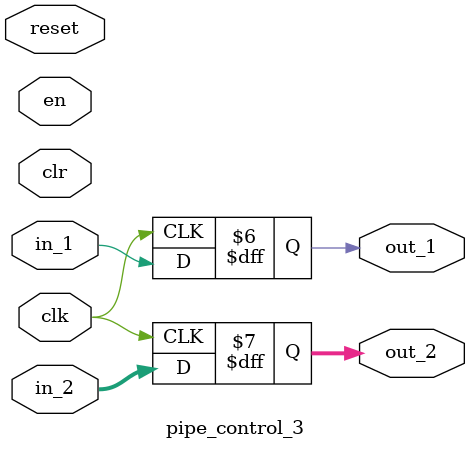
<source format=v>
`timescale 1ns / 1ps

module pipe_1(
    input clk,
    input reset,
    input en,
    input clr,
    input [31:0] in_1,
    input [31:0] in_2,
    input [31:0] in_3,
    output reg [31:0] out_1,
    output reg [31:0] out_2,
    output reg [31:0] out_3
    );
    
    always @(posedge clk) begin
        if (reset) begin 
            out_1 <= 0;
            out_2 <= 0;
            out_3 <= 0;
        end else if (clr) begin
            out_1 <= 32'h00000013;
            out_2 <= out_2;
            out_3 <= out_3; //bunlarý silcez
        end else begin
            if (!en) begin
                out_1 <= in_1;
                out_2 <= in_2;
                out_3 <= in_3;
            end
        end
    end
endmodule


module pipe_2(
    input clk,
    input reset,
    input en,
    input clr,
    input [31:0] in_1,
    input [31:0] in_2,
    input [31:0] in_3,
    input [4:0]  in_4,
    input [4:0]  in_7,
    input [4:0]  in_8,
    input [31:0] in_5,
    input [31:0] in_6,
    output reg [31:0] out_1,
    output reg [31:0] out_2,
    output reg [31:0] out_3,
    output reg [4:0]  out_4,
    output reg [4:0]  out_7,
    output reg [4:0]  out_8,
    output reg [31:0] out_5,
    output reg [31:0] out_6
    );
    
    
    always @(posedge clk) begin
        if (reset || clr) begin
            out_1 <= 0;
            out_2 <= 0;
            out_3 <= 0;
            out_4 <= 0;
            out_5 <= 0;
            out_6 <= 0;
            out_7 <= 0;
            out_8 <= 0;
        end else begin
            out_1 <= in_1;
            out_2 <= in_2;
            out_3 <= in_3;
            out_4 <= in_4;
            out_5 <= in_5;
            out_6 <= in_6;
            out_7 <= in_7;
            out_8 <= in_8;
        end
        
    end
endmodule

module pipe_control_1(
    input clk,
    input en,
    input reset,
    input clr,
    input             in_1,
    input      [1:0]  in_2,
    input             in_3,
    input             in_4,
    input             in_5,
    input      [3:0]  in_6,
    input             in_7,
    input             in_8,
    input  [3:0]      in_9,
    input  [3:0]      in_10,
    output reg       out_1,
    output reg [1:0] out_2,
    output reg       out_3,
    output reg       out_4,
    output reg       out_5,
    output reg [3:0] out_6,
    output reg       out_7,
    output reg       out_8,
    output reg [3:0] out_9,
    output reg [3:0] out_10
    );
    
    always @(posedge clk) begin
        if (reset || clr) begin
            out_1 <= 0;
            out_2 <= 0;
            out_3 <= 0;
            out_4 <= 0;
            out_5 <= 0;
            out_6 <= 0;
            out_7 <= 0;
            out_8 <= 0;
            out_9 <= 0;
            out_10 <=0;
//        end else if (clr) begin
//            out_1   <= 0;
//            out_2   <= 2'b01;
//            out_3   <= 0;
//            out_6   <= 4'b0000;
//            out_7   <= 0;
//            out_8   <= 0;
//            out_9   <= 4'b0000;
//            out_10  <= 4'b0000;
        end else begin
            out_1 <= in_1;
            out_2 <= in_2;
            out_3 <= in_3;
            out_4 <= in_4;
            out_5 <= in_5;
            out_6 <= in_6;
            out_7 <= in_7;
            out_8 <= in_8;
            out_9 <= in_9;
            out_10 <= in_10;
        end
        
    end
endmodule


module pipe_3_4(
    input clk,
    input reset,
    input en,
    input clr,
    input [31:0] in_1,
    input [31:0] in_2,
    input [4:0] in_3,
    input [31:0] in_4,
    input [31:0] in_5,
    output reg [31:0] out_1,
    output reg [31:0] out_2,
    output reg [4:0]  out_3,
    output reg [31:0] out_4,
    output reg [31:0] out_5
    );
    
    always @(posedge clk) begin
        if (reset) begin
            out_1 <= 0;
            out_2 <= 0;
            out_3 <= 0;
            out_4 <= 0;
            out_5 <= 0;
        end else begin
            out_1 <= in_1;
            out_2 <= in_2;
            out_3 <= in_3;
            out_4 <= in_4;
            out_5 <= in_5;
        end
        
    end
endmodule


module pipe_control_2(
    input clk,
    input en,
    input reset,
    input clr,
    input  in_1,
    input [1:0] in_2,
    input in_3,
    input [3:0] in_4,
    input [3:0] in_5,
    output reg  out_1,
    output reg [1:0] out_2,
    output reg out_3,
    output reg [3:0] out_4,
    output reg [3:0] out_5
    );
    
    always @(posedge clk) begin
        if (reset) begin
            out_1 <= 0;
            out_2 <= 0;
            out_3 <= 0;
            out_4 <= 0;
            out_5 <= 0;
        end else begin
            out_1 <= in_1;
            out_2 <= in_2;
            out_3 <= in_3;
            out_4 <= in_4;
            out_5 <= in_5;
        end
    end
endmodule


module pipe_control_3(
    input clk,
    input en,
    input reset,
    input clr,
    input  in_1,
    input [1:0] in_2,
    output reg  out_1,
    output reg [1:0] out_2
    );
    
    always @(posedge clk) begin
        if (reset) begin
            out_1 <= in_1;
            out_2 <= in_2;
        end else begin
            out_1 <= in_1;
            out_2 <= in_2;
        end
        
    end
endmodule
</source>
